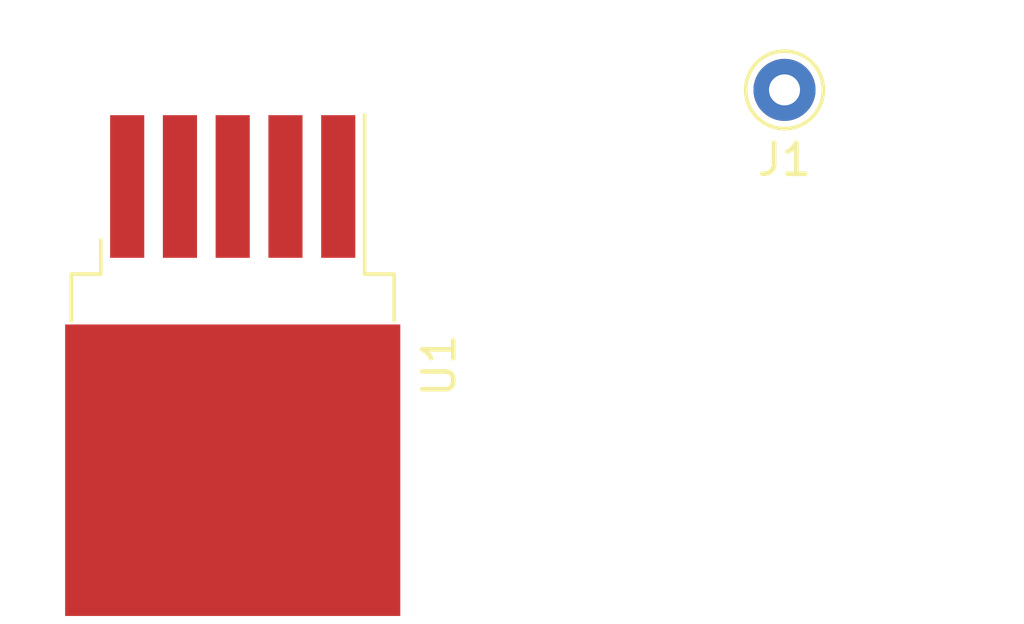
<source format=kicad_pcb>
(kicad_pcb (version 20171130) (host pcbnew 5.1.10)

  (general
    (thickness 1.6)
    (drawings 0)
    (tracks 0)
    (zones 0)
    (modules 2)
    (nets 6)
  )

  (page A4)
  (layers
    (0 F.Cu signal)
    (31 B.Cu signal)
    (32 B.Adhes user)
    (33 F.Adhes user)
    (34 B.Paste user)
    (35 F.Paste user)
    (36 B.SilkS user)
    (37 F.SilkS user)
    (38 B.Mask user)
    (39 F.Mask user)
    (40 Dwgs.User user)
    (41 Cmts.User user)
    (42 Eco1.User user)
    (43 Eco2.User user)
    (44 Edge.Cuts user)
    (45 Margin user)
    (46 B.CrtYd user)
    (47 F.CrtYd user)
    (48 B.Fab user)
    (49 F.Fab user)
  )

  (setup
    (last_trace_width 0.25)
    (trace_clearance 0.2)
    (zone_clearance 0.508)
    (zone_45_only no)
    (trace_min 0.2)
    (via_size 0.8)
    (via_drill 0.4)
    (via_min_size 0.4)
    (via_min_drill 0.3)
    (uvia_size 0.3)
    (uvia_drill 0.1)
    (uvias_allowed no)
    (uvia_min_size 0.2)
    (uvia_min_drill 0.1)
    (edge_width 0.05)
    (segment_width 0.2)
    (pcb_text_width 0.3)
    (pcb_text_size 1.5 1.5)
    (mod_edge_width 0.12)
    (mod_text_size 1 1)
    (mod_text_width 0.15)
    (pad_size 1.524 1.524)
    (pad_drill 0.762)
    (pad_to_mask_clearance 0)
    (aux_axis_origin 0 0)
    (visible_elements FFFFFF7F)
    (pcbplotparams
      (layerselection 0x010fc_ffffffff)
      (usegerberextensions false)
      (usegerberattributes true)
      (usegerberadvancedattributes true)
      (creategerberjobfile true)
      (excludeedgelayer true)
      (linewidth 0.100000)
      (plotframeref false)
      (viasonmask false)
      (mode 1)
      (useauxorigin false)
      (hpglpennumber 1)
      (hpglpenspeed 20)
      (hpglpendiameter 15.000000)
      (psnegative false)
      (psa4output false)
      (plotreference true)
      (plotvalue true)
      (plotinvisibletext false)
      (padsonsilk false)
      (subtractmaskfromsilk false)
      (outputformat 1)
      (mirror false)
      (drillshape 1)
      (scaleselection 1)
      (outputdirectory ""))
  )

  (net 0 "")
  (net 1 "Net-(J1-Pad1)")
  (net 2 "Net-(U1-Pad3)")
  (net 3 "Net-(U1-Pad5)")
  (net 4 "Net-(U1-Pad4)")
  (net 5 "Net-(U1-Pad1)")

  (net_class Default "This is the default net class."
    (clearance 0.2)
    (trace_width 0.25)
    (via_dia 0.8)
    (via_drill 0.4)
    (uvia_dia 0.3)
    (uvia_drill 0.1)
    (add_net "Net-(J1-Pad1)")
    (add_net "Net-(U1-Pad1)")
    (add_net "Net-(U1-Pad3)")
    (add_net "Net-(U1-Pad4)")
    (add_net "Net-(U1-Pad5)")
  )

  (module Package_TO_SOT_SMD:TO-263-5_TabPin3 (layer F.Cu) (tedit 5A70FBB6) (tstamp 609C48B3)
    (at 118.11 30.48 270)
    (descr "TO-263 / D2PAK / DDPAK SMD package, http://www.infineon.com/cms/en/product/packages/PG-TO263/PG-TO263-5-1/")
    (tags "D2PAK DDPAK TO-263 D2PAK-5 TO-263-5 SOT-426")
    (path /609BE1DC)
    (attr smd)
    (fp_text reference U1 (at 0 -6.65 90) (layer F.SilkS)
      (effects (font (size 1 1) (thickness 0.15)))
    )
    (fp_text value LM2575-5.0BT (at 0 6.65 90) (layer F.Fab)
      (effects (font (size 1 1) (thickness 0.15)))
    )
    (fp_text user %R (at 0 0 90) (layer F.Fab)
      (effects (font (size 1 1) (thickness 0.15)))
    )
    (fp_line (start 6.5 -5) (end 7.5 -5) (layer F.Fab) (width 0.1))
    (fp_line (start 7.5 -5) (end 7.5 5) (layer F.Fab) (width 0.1))
    (fp_line (start 7.5 5) (end 6.5 5) (layer F.Fab) (width 0.1))
    (fp_line (start 6.5 -5) (end 6.5 5) (layer F.Fab) (width 0.1))
    (fp_line (start 6.5 5) (end -2.75 5) (layer F.Fab) (width 0.1))
    (fp_line (start -2.75 5) (end -2.75 -4) (layer F.Fab) (width 0.1))
    (fp_line (start -2.75 -4) (end -1.75 -5) (layer F.Fab) (width 0.1))
    (fp_line (start -1.75 -5) (end 6.5 -5) (layer F.Fab) (width 0.1))
    (fp_line (start -2.75 -3.8) (end -7.45 -3.8) (layer F.Fab) (width 0.1))
    (fp_line (start -7.45 -3.8) (end -7.45 -3) (layer F.Fab) (width 0.1))
    (fp_line (start -7.45 -3) (end -2.75 -3) (layer F.Fab) (width 0.1))
    (fp_line (start -2.75 -2.1) (end -7.45 -2.1) (layer F.Fab) (width 0.1))
    (fp_line (start -7.45 -2.1) (end -7.45 -1.3) (layer F.Fab) (width 0.1))
    (fp_line (start -7.45 -1.3) (end -2.75 -1.3) (layer F.Fab) (width 0.1))
    (fp_line (start -2.75 -0.4) (end -7.45 -0.4) (layer F.Fab) (width 0.1))
    (fp_line (start -7.45 -0.4) (end -7.45 0.4) (layer F.Fab) (width 0.1))
    (fp_line (start -7.45 0.4) (end -2.75 0.4) (layer F.Fab) (width 0.1))
    (fp_line (start -2.75 1.3) (end -7.45 1.3) (layer F.Fab) (width 0.1))
    (fp_line (start -7.45 1.3) (end -7.45 2.1) (layer F.Fab) (width 0.1))
    (fp_line (start -7.45 2.1) (end -2.75 2.1) (layer F.Fab) (width 0.1))
    (fp_line (start -2.75 3) (end -7.45 3) (layer F.Fab) (width 0.1))
    (fp_line (start -7.45 3) (end -7.45 3.8) (layer F.Fab) (width 0.1))
    (fp_line (start -7.45 3.8) (end -2.75 3.8) (layer F.Fab) (width 0.1))
    (fp_line (start -1.45 -5.2) (end -2.95 -5.2) (layer F.SilkS) (width 0.12))
    (fp_line (start -2.95 -5.2) (end -2.95 -4.25) (layer F.SilkS) (width 0.12))
    (fp_line (start -2.95 -4.25) (end -8.075 -4.25) (layer F.SilkS) (width 0.12))
    (fp_line (start -1.45 5.2) (end -2.95 5.2) (layer F.SilkS) (width 0.12))
    (fp_line (start -2.95 5.2) (end -2.95 4.25) (layer F.SilkS) (width 0.12))
    (fp_line (start -2.95 4.25) (end -4.05 4.25) (layer F.SilkS) (width 0.12))
    (fp_line (start -8.32 -5.65) (end -8.32 5.65) (layer F.CrtYd) (width 0.05))
    (fp_line (start -8.32 5.65) (end 8.32 5.65) (layer F.CrtYd) (width 0.05))
    (fp_line (start 8.32 5.65) (end 8.32 -5.65) (layer F.CrtYd) (width 0.05))
    (fp_line (start 8.32 -5.65) (end -8.32 -5.65) (layer F.CrtYd) (width 0.05))
    (pad "" smd rect (at 0.95 2.775 270) (size 4.55 5.25) (layers F.Paste))
    (pad "" smd rect (at 5.8 -2.775 270) (size 4.55 5.25) (layers F.Paste))
    (pad "" smd rect (at 0.95 -2.775 270) (size 4.55 5.25) (layers F.Paste))
    (pad "" smd rect (at 5.8 2.775 270) (size 4.55 5.25) (layers F.Paste))
    (pad 3 smd rect (at 3.375 0 270) (size 9.4 10.8) (layers F.Cu F.Mask)
      (net 2 "Net-(U1-Pad3)"))
    (pad 5 smd rect (at -5.775 3.4 270) (size 4.6 1.1) (layers F.Cu F.Paste F.Mask)
      (net 3 "Net-(U1-Pad5)"))
    (pad 4 smd rect (at -5.775 1.7 270) (size 4.6 1.1) (layers F.Cu F.Paste F.Mask)
      (net 4 "Net-(U1-Pad4)"))
    (pad 3 smd rect (at -5.775 0 270) (size 4.6 1.1) (layers F.Cu F.Paste F.Mask)
      (net 2 "Net-(U1-Pad3)"))
    (pad 2 smd rect (at -5.775 -1.7 270) (size 4.6 1.1) (layers F.Cu F.Paste F.Mask)
      (net 1 "Net-(J1-Pad1)"))
    (pad 1 smd rect (at -5.775 -3.4 270) (size 4.6 1.1) (layers F.Cu F.Paste F.Mask)
      (net 5 "Net-(U1-Pad1)"))
    (model ${KISYS3DMOD}/Package_TO_SOT_SMD.3dshapes/TO-263-5_TabPin3.wrl
      (at (xyz 0 0 0))
      (scale (xyz 1 1 1))
      (rotate (xyz 0 0 0))
    )
  )

  (module Connector_Pin:Pin_D1.0mm_L10.0mm (layer F.Cu) (tedit 5A1DC084) (tstamp 609C4883)
    (at 135.89 21.59)
    (descr "solder Pin_ diameter 1.0mm, hole diameter 1.0mm (press fit), length 10.0mm")
    (tags "solder Pin_ press fit")
    (path /609BF151)
    (fp_text reference J1 (at 0 2.25) (layer F.SilkS)
      (effects (font (size 1 1) (thickness 0.15)))
    )
    (fp_text value Conn_01x01_Female (at 0 -2.05) (layer F.Fab)
      (effects (font (size 1 1) (thickness 0.15)))
    )
    (fp_text user %R (at 0 2.25) (layer F.Fab)
      (effects (font (size 1 1) (thickness 0.15)))
    )
    (fp_circle (center 0 0) (end 1.5 0) (layer F.CrtYd) (width 0.05))
    (fp_circle (center 0 0) (end 0.5 0) (layer F.Fab) (width 0.12))
    (fp_circle (center 0 0) (end 1 0) (layer F.Fab) (width 0.12))
    (fp_circle (center 0 0) (end 1.25 0.05) (layer F.SilkS) (width 0.12))
    (pad 1 thru_hole circle (at 0 0) (size 2 2) (drill 1) (layers *.Cu *.Mask)
      (net 1 "Net-(J1-Pad1)"))
    (model ${KISYS3DMOD}/Connector_Pin.3dshapes/Pin_D1.0mm_L10.0mm.wrl
      (at (xyz 0 0 0))
      (scale (xyz 1 1 1))
      (rotate (xyz 0 0 0))
    )
  )

)

</source>
